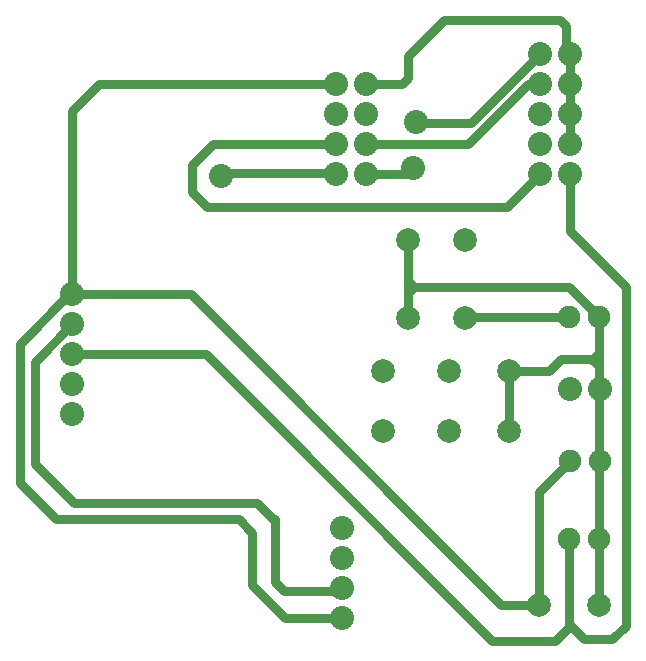
<source format=gbl>
%FSLAX25Y25*%
%MOIN*%
G70*
G01*
G75*
G04 Layer_Physical_Order=2*
G04 Layer_Color=16711680*
%ADD10C,0.03000*%
%ADD11C,0.08000*%
%ADD12C,0.07874*%
%ADD13C,0.07480*%
%ADD14C,0.07480*%
%ADD15C,0.07874*%
D10*
X148653Y185347D02*
X148152D01*
X148653Y184847D02*
X148152Y185347D01*
X147652Y168848D02*
Y169848D01*
X148653Y167848D02*
X147652Y168848D01*
X148653Y167848D02*
X132152D01*
X167153Y184847D02*
X148653D01*
X190153Y207847D02*
X167153Y184847D01*
X198653Y209348D02*
Y217348D01*
X158152Y219348D02*
X146152Y207347D01*
X198653Y217348D02*
X196652Y219348D01*
X158152D01*
X144152Y197847D02*
X132152D01*
X146152Y199847D02*
Y207347D01*
Y199847D02*
X144152Y197847D01*
X186153D02*
X166153Y177848D01*
X132152D01*
X190153Y197847D02*
X186153D01*
X74152Y161847D02*
Y170847D01*
X79153Y156848D02*
X74152Y161847D01*
X81152Y177848D02*
X74152Y170847D01*
X122152Y177848D02*
X81152D01*
X121652Y168348D02*
X82652D01*
X83653Y167348D02*
X82652Y168348D01*
X179153Y156848D02*
X79153D01*
X190153Y167848D02*
X179153Y156848D01*
X146152Y119848D02*
Y145847D01*
Y127848D02*
Y128348D01*
X148152Y130348D02*
X146152Y128348D01*
Y132348D02*
Y132847D01*
X148152Y130348D02*
X146152Y132348D01*
X148152Y130348D02*
X146152D01*
X199653D02*
X148152D01*
X146152D02*
Y130848D01*
X209652Y120347D02*
X199653Y130348D01*
X78653Y107847D02*
X34152D01*
X174153Y12348D02*
X78653Y107847D01*
X195152Y12348D02*
X174153D01*
X177153Y24348D02*
X73652Y127848D01*
X189653Y24348D02*
X177153D01*
X73652Y127848D02*
X34152D01*
Y188847D01*
X43152Y197847D02*
X34152Y188847D01*
X122152Y197847D02*
X43152D01*
X34152Y127848D02*
X33152D01*
X16653Y111347D01*
Y64847D02*
Y111347D01*
X28653Y52847D02*
X16653Y64847D01*
X89653Y52847D02*
X28653D01*
X94152Y48347D02*
X89653Y52847D01*
X94152Y30847D02*
Y48347D01*
X105152Y19848D02*
X94152Y30847D01*
X124153Y19848D02*
X105152D01*
X200152Y207847D02*
X198653Y209348D01*
X199653Y16848D02*
Y17848D01*
Y16848D02*
X195152Y12348D01*
X199653Y17848D02*
Y46347D01*
X204653Y12847D02*
X199653Y17848D01*
X214153Y12847D02*
X204653D01*
X218653Y17347D02*
X214153Y12847D01*
X218653Y17347D02*
Y130348D01*
X200152Y148847D01*
Y167848D01*
X189653Y59847D02*
Y61848D01*
X200152Y72347D02*
X189653Y61848D01*
X200152Y72347D02*
Y72847D01*
X189653Y24348D02*
Y61848D01*
X124153Y29847D02*
X123152Y28848D01*
X104653D01*
X101653Y31848D01*
Y52847D01*
X101153D01*
X95653Y58347D01*
X34653D02*
X21653Y71347D01*
X95653Y58347D02*
X34653D01*
X21653Y71347D02*
Y105348D01*
X34152Y117848D02*
X21653Y105348D01*
X165653Y120347D02*
X165153Y119848D01*
X199653Y120347D02*
X165653D01*
X209652Y103848D02*
X207153Y106348D01*
X209652Y108347D02*
X207652Y106348D01*
X207153D01*
X197152D01*
X209652D02*
X207153D01*
X197152D02*
X193152Y102348D01*
X179653D01*
Y82348D02*
Y102348D01*
X209652Y24348D02*
Y120347D01*
X200152Y177848D02*
Y207847D01*
X122152Y167848D02*
X121652Y168348D01*
D11*
X124153Y19848D02*
D03*
Y29847D02*
D03*
Y39847D02*
D03*
Y49847D02*
D03*
X34152Y87848D02*
D03*
Y97847D02*
D03*
Y107847D02*
D03*
Y117848D02*
D03*
Y127848D02*
D03*
X210153Y96347D02*
D03*
X200152D02*
D03*
X190153Y167848D02*
D03*
Y177848D02*
D03*
Y187847D02*
D03*
Y197847D02*
D03*
Y207847D02*
D03*
X200152Y167848D02*
D03*
Y177848D02*
D03*
Y187847D02*
D03*
Y197847D02*
D03*
Y207847D02*
D03*
X132152Y197847D02*
D03*
X122152D02*
D03*
X132152Y187847D02*
D03*
X122152D02*
D03*
X132152Y177848D02*
D03*
X122152D02*
D03*
X132152Y167848D02*
D03*
X122152D02*
D03*
X148653Y185347D02*
D03*
X147652Y169848D02*
D03*
X83653Y167348D02*
D03*
D12*
X165153Y145847D02*
D03*
X146152D02*
D03*
X165153Y119848D02*
D03*
X146152D02*
D03*
X137653Y102348D02*
D03*
D13*
X209652Y120347D02*
D03*
X210153Y72347D02*
D03*
X209652Y46347D02*
D03*
D14*
X199653Y120347D02*
D03*
X200152Y72347D02*
D03*
X199653Y46347D02*
D03*
D15*
X179653Y102348D02*
D03*
X159652D02*
D03*
X137653Y82348D02*
D03*
X179653D02*
D03*
X159652D02*
D03*
X189653Y24348D02*
D03*
X209652D02*
D03*
M02*

</source>
